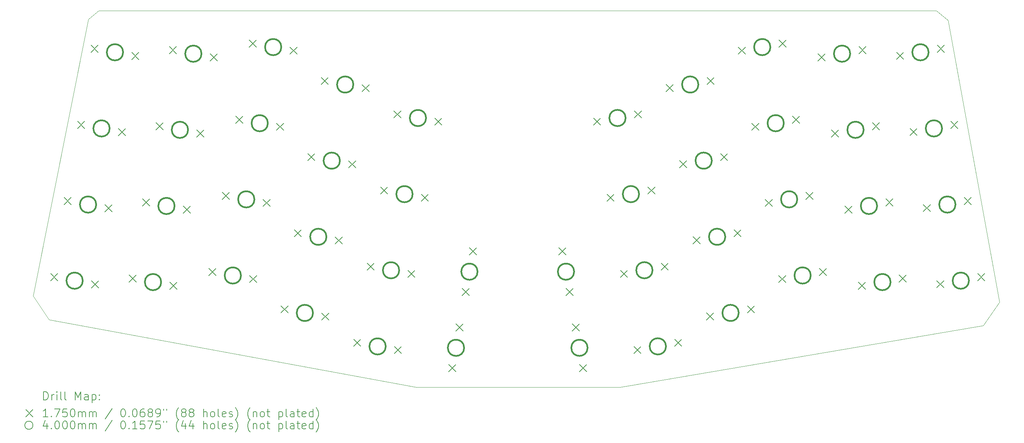
<source format=gbr>
%TF.GenerationSoftware,KiCad,Pcbnew,9.0.1*%
%TF.CreationDate,2025-05-05T23:15:39+01:00*%
%TF.ProjectId,keyboard,6b657962-6f61-4726-942e-6b696361645f,rev?*%
%TF.SameCoordinates,Original*%
%TF.FileFunction,Drillmap*%
%TF.FilePolarity,Positive*%
%FSLAX45Y45*%
G04 Gerber Fmt 4.5, Leading zero omitted, Abs format (unit mm)*
G04 Created by KiCad (PCBNEW 9.0.1) date 2025-05-05 23:15:39*
%MOMM*%
%LPD*%
G01*
G04 APERTURE LIST*
%ADD10C,0.050000*%
%ADD11C,0.200000*%
%ADD12C,0.175000*%
%ADD13C,0.400000*%
G04 APERTURE END LIST*
D10*
X25543190Y-4736003D02*
X26809992Y-11658168D01*
X26407089Y-12233900D01*
X17500000Y-13750000D01*
X12500000Y-13750000D01*
X3491727Y-12090581D01*
X3098058Y-11509710D01*
X4458621Y-4706893D01*
X4710990Y-4500000D01*
X25260077Y-4500000D01*
X25543190Y-4736003D01*
D11*
D12*
X3529773Y-10959118D02*
X3704773Y-11134118D01*
X3704773Y-10959118D02*
X3529773Y-11134118D01*
X3859705Y-9087984D02*
X4034705Y-9262984D01*
X4034705Y-9087984D02*
X3859705Y-9262984D01*
X4189636Y-7216849D02*
X4364636Y-7391849D01*
X4364636Y-7216849D02*
X4189636Y-7391849D01*
X4519568Y-5345714D02*
X4694568Y-5520714D01*
X4694568Y-5345714D02*
X4519568Y-5520714D01*
X4530338Y-11135545D02*
X4705338Y-11310545D01*
X4705338Y-11135545D02*
X4530338Y-11310545D01*
X4860269Y-9264410D02*
X5035269Y-9439410D01*
X5035269Y-9264410D02*
X4860269Y-9439410D01*
X5190201Y-7393275D02*
X5365201Y-7568275D01*
X5365201Y-7393275D02*
X5190201Y-7568275D01*
X5453003Y-10993607D02*
X5628002Y-11168607D01*
X5628002Y-10993607D02*
X5453003Y-11168607D01*
X5520133Y-5522141D02*
X5695132Y-5697141D01*
X5695132Y-5522141D02*
X5520133Y-5697141D01*
X5782934Y-9122473D02*
X5957934Y-9297473D01*
X5957934Y-9122473D02*
X5782934Y-9297473D01*
X6112865Y-7251338D02*
X6287865Y-7426338D01*
X6287865Y-7251338D02*
X6112865Y-7426338D01*
X6442797Y-5380203D02*
X6617797Y-5555203D01*
X6617797Y-5380203D02*
X6442797Y-5555203D01*
X6453567Y-11170034D02*
X6628567Y-11345034D01*
X6628567Y-11170034D02*
X6453567Y-11345034D01*
X6783499Y-9298899D02*
X6958499Y-9473899D01*
X6958499Y-9298899D02*
X6783499Y-9473899D01*
X7113430Y-7427765D02*
X7288430Y-7602765D01*
X7288430Y-7427765D02*
X7113430Y-7602765D01*
X7410961Y-10831135D02*
X7585961Y-11006135D01*
X7585961Y-10831135D02*
X7410961Y-11006135D01*
X7443362Y-5556630D02*
X7618362Y-5731630D01*
X7618362Y-5556630D02*
X7443362Y-5731630D01*
X7740893Y-8960000D02*
X7915893Y-9135000D01*
X7915893Y-8960000D02*
X7740893Y-9135000D01*
X8070824Y-7088866D02*
X8245824Y-7263866D01*
X8245824Y-7088866D02*
X8070824Y-7263866D01*
X8400756Y-5217731D02*
X8575756Y-5392731D01*
X8575756Y-5217731D02*
X8400756Y-5392731D01*
X8411526Y-11007562D02*
X8586526Y-11182562D01*
X8586526Y-11007562D02*
X8411526Y-11182562D01*
X8741457Y-9136427D02*
X8916457Y-9311427D01*
X8916457Y-9136427D02*
X8741457Y-9311427D01*
X9071389Y-7265292D02*
X9246389Y-7440292D01*
X9246389Y-7265292D02*
X9071389Y-7440292D01*
X9177907Y-11751951D02*
X9352907Y-11926951D01*
X9352907Y-11751951D02*
X9177907Y-11926951D01*
X9401321Y-5394158D02*
X9576321Y-5569158D01*
X9576321Y-5394158D02*
X9401321Y-5569158D01*
X9507839Y-9880817D02*
X9682839Y-10055817D01*
X9682839Y-9880817D02*
X9507839Y-10055817D01*
X9837770Y-8009682D02*
X10012770Y-8184682D01*
X10012770Y-8009682D02*
X9837770Y-8184682D01*
X10167702Y-6138547D02*
X10342702Y-6313547D01*
X10342702Y-6138547D02*
X10167702Y-6313547D01*
X10178472Y-11928378D02*
X10353472Y-12103378D01*
X10353472Y-11928378D02*
X10178472Y-12103378D01*
X10508403Y-10057243D02*
X10683403Y-10232243D01*
X10683403Y-10057243D02*
X10508403Y-10232243D01*
X10838335Y-8186108D02*
X11013335Y-8361108D01*
X11013335Y-8186108D02*
X10838335Y-8361108D01*
X10962218Y-12574287D02*
X11137218Y-12749287D01*
X11137218Y-12574287D02*
X10962218Y-12749287D01*
X11168266Y-6314974D02*
X11343266Y-6489974D01*
X11343266Y-6314974D02*
X11168266Y-6489974D01*
X11292149Y-10703152D02*
X11467149Y-10878152D01*
X11467149Y-10703152D02*
X11292149Y-10878152D01*
X11622081Y-8832017D02*
X11797081Y-9007017D01*
X11797081Y-8832017D02*
X11622081Y-9007017D01*
X11952012Y-6960882D02*
X12127012Y-7135882D01*
X12127012Y-6960882D02*
X11952012Y-7135882D01*
X11962782Y-12750713D02*
X12137782Y-12925713D01*
X12137782Y-12750713D02*
X11962782Y-12925713D01*
X12292714Y-10879579D02*
X12467714Y-11054579D01*
X12467714Y-10879579D02*
X12292714Y-11054579D01*
X12622645Y-9008444D02*
X12797645Y-9183444D01*
X12797645Y-9008444D02*
X12622645Y-9183444D01*
X12952577Y-7137309D02*
X13127577Y-7312309D01*
X13127577Y-7137309D02*
X12952577Y-7312309D01*
X13297516Y-13197271D02*
X13472516Y-13372271D01*
X13472516Y-13197271D02*
X13297516Y-13372271D01*
X13473942Y-12196707D02*
X13648942Y-12371707D01*
X13648942Y-12196707D02*
X13473942Y-12371707D01*
X13627447Y-11326136D02*
X13802447Y-11501136D01*
X13802447Y-11326136D02*
X13627447Y-11501136D01*
X13803874Y-10325572D02*
X13978874Y-10500572D01*
X13978874Y-10325572D02*
X13803874Y-10500572D01*
X15996145Y-10325572D02*
X16171145Y-10500572D01*
X16171145Y-10325572D02*
X15996145Y-10500572D01*
X16172572Y-11326136D02*
X16347572Y-11501136D01*
X16347572Y-11326136D02*
X16172572Y-11501136D01*
X16326077Y-12196097D02*
X16501077Y-12371097D01*
X16501077Y-12196097D02*
X16326077Y-12371097D01*
X16502504Y-13196661D02*
X16677504Y-13371661D01*
X16677504Y-13196661D02*
X16502504Y-13371661D01*
X16847443Y-7136699D02*
X17022443Y-7311699D01*
X17022443Y-7136699D02*
X16847443Y-7311699D01*
X17177374Y-9007834D02*
X17352374Y-9182834D01*
X17352374Y-9007834D02*
X17177374Y-9182834D01*
X17507306Y-10878969D02*
X17682306Y-11053969D01*
X17682306Y-10878969D02*
X17507306Y-11053969D01*
X17837237Y-12750103D02*
X18012237Y-12925103D01*
X18012237Y-12750103D02*
X17837237Y-12925103D01*
X17848007Y-6960272D02*
X18023007Y-7135272D01*
X18023007Y-6960272D02*
X17848007Y-7135272D01*
X18177939Y-8831407D02*
X18352939Y-9006407D01*
X18352939Y-8831407D02*
X18177939Y-9006407D01*
X18507870Y-10702542D02*
X18682870Y-10877542D01*
X18682870Y-10702542D02*
X18507870Y-10877542D01*
X18631753Y-6314364D02*
X18806753Y-6489364D01*
X18806753Y-6314364D02*
X18631753Y-6489364D01*
X18837802Y-12573677D02*
X19012802Y-12748677D01*
X19012802Y-12573677D02*
X18837802Y-12748677D01*
X18961685Y-8185498D02*
X19136685Y-8360498D01*
X19136685Y-8185498D02*
X18961685Y-8360498D01*
X19291616Y-10056633D02*
X19466616Y-10231633D01*
X19466616Y-10056633D02*
X19291616Y-10231633D01*
X19621548Y-11927768D02*
X19796548Y-12102768D01*
X19796548Y-11927768D02*
X19621548Y-12102768D01*
X19632318Y-6137937D02*
X19807318Y-6312937D01*
X19807318Y-6137937D02*
X19632318Y-6312937D01*
X19962249Y-8009072D02*
X20137249Y-8184072D01*
X20137249Y-8009072D02*
X19962249Y-8184072D01*
X20292181Y-9880207D02*
X20467181Y-10055207D01*
X20467181Y-9880207D02*
X20292181Y-10055207D01*
X20398699Y-5393548D02*
X20573699Y-5568548D01*
X20573699Y-5393548D02*
X20398699Y-5568548D01*
X20622112Y-11751341D02*
X20797112Y-11926341D01*
X20797112Y-11751341D02*
X20622112Y-11926341D01*
X20728631Y-7264682D02*
X20903631Y-7439682D01*
X20903631Y-7264682D02*
X20728631Y-7439682D01*
X21058562Y-9135817D02*
X21233562Y-9310817D01*
X21233562Y-9135817D02*
X21058562Y-9310817D01*
X21388494Y-11006952D02*
X21563494Y-11181952D01*
X21563494Y-11006952D02*
X21388494Y-11181952D01*
X21399264Y-5217121D02*
X21574264Y-5392121D01*
X21574264Y-5217121D02*
X21399264Y-5392121D01*
X21729195Y-7088256D02*
X21904195Y-7263256D01*
X21904195Y-7088256D02*
X21729195Y-7263256D01*
X22059127Y-8959390D02*
X22234127Y-9134390D01*
X22234127Y-8959390D02*
X22059127Y-9134390D01*
X22356658Y-5556020D02*
X22531658Y-5731020D01*
X22531658Y-5556020D02*
X22356658Y-5731020D01*
X22389058Y-10830525D02*
X22564058Y-11005525D01*
X22564058Y-10830525D02*
X22389058Y-11005525D01*
X22686589Y-7427155D02*
X22861589Y-7602155D01*
X22861589Y-7427155D02*
X22686589Y-7602155D01*
X23016521Y-9298289D02*
X23191521Y-9473289D01*
X23191521Y-9298289D02*
X23016521Y-9473289D01*
X23346452Y-11169424D02*
X23521452Y-11344424D01*
X23521452Y-11169424D02*
X23346452Y-11344424D01*
X23357222Y-5379593D02*
X23532222Y-5554593D01*
X23532222Y-5379593D02*
X23357222Y-5554593D01*
X23687154Y-7250728D02*
X23862154Y-7425728D01*
X23862154Y-7250728D02*
X23687154Y-7425728D01*
X24017085Y-9121863D02*
X24192085Y-9296863D01*
X24192085Y-9121863D02*
X24017085Y-9296863D01*
X24279887Y-5521531D02*
X24454887Y-5696531D01*
X24454887Y-5521531D02*
X24279887Y-5696531D01*
X24347017Y-10992998D02*
X24522017Y-11167998D01*
X24522017Y-10992998D02*
X24347017Y-11167998D01*
X24609818Y-7392665D02*
X24784818Y-7567665D01*
X24784818Y-7392665D02*
X24609818Y-7567665D01*
X24939750Y-9263800D02*
X25114750Y-9438800D01*
X25114750Y-9263800D02*
X24939750Y-9438800D01*
X25269682Y-11134935D02*
X25444682Y-11309935D01*
X25444682Y-11134935D02*
X25269682Y-11309935D01*
X25280452Y-5345104D02*
X25455452Y-5520104D01*
X25455452Y-5345104D02*
X25280452Y-5520104D01*
X25610383Y-7216239D02*
X25785383Y-7391239D01*
X25785383Y-7216239D02*
X25610383Y-7391239D01*
X25940315Y-9087374D02*
X26115315Y-9262374D01*
X26115315Y-9087374D02*
X25940315Y-9262374D01*
X26270246Y-10958508D02*
X26445246Y-11133508D01*
X26445246Y-10958508D02*
X26270246Y-11133508D01*
D13*
X4317556Y-11134832D02*
G75*
G02*
X3917556Y-11134832I-200000J0D01*
G01*
X3917556Y-11134832D02*
G75*
G02*
X4317556Y-11134832I200000J0D01*
G01*
X4647487Y-9263697D02*
G75*
G02*
X4247487Y-9263697I-200000J0D01*
G01*
X4247487Y-9263697D02*
G75*
G02*
X4647487Y-9263697I200000J0D01*
G01*
X4977419Y-7392562D02*
G75*
G02*
X4577419Y-7392562I-200000J0D01*
G01*
X4577419Y-7392562D02*
G75*
G02*
X4977419Y-7392562I200000J0D01*
G01*
X5307350Y-5521427D02*
G75*
G02*
X4907350Y-5521427I-200000J0D01*
G01*
X4907350Y-5521427D02*
G75*
G02*
X5307350Y-5521427I200000J0D01*
G01*
X6240785Y-11169321D02*
G75*
G02*
X5840785Y-11169321I-200000J0D01*
G01*
X5840785Y-11169321D02*
G75*
G02*
X6240785Y-11169321I200000J0D01*
G01*
X6570716Y-9298186D02*
G75*
G02*
X6170716Y-9298186I-200000J0D01*
G01*
X6170716Y-9298186D02*
G75*
G02*
X6570716Y-9298186I200000J0D01*
G01*
X6900648Y-7427051D02*
G75*
G02*
X6500648Y-7427051I-200000J0D01*
G01*
X6500648Y-7427051D02*
G75*
G02*
X6900648Y-7427051I200000J0D01*
G01*
X7230579Y-5555917D02*
G75*
G02*
X6830579Y-5555917I-200000J0D01*
G01*
X6830579Y-5555917D02*
G75*
G02*
X7230579Y-5555917I200000J0D01*
G01*
X8198744Y-11006848D02*
G75*
G02*
X7798744Y-11006848I-200000J0D01*
G01*
X7798744Y-11006848D02*
G75*
G02*
X8198744Y-11006848I200000J0D01*
G01*
X8528675Y-9135714D02*
G75*
G02*
X8128675Y-9135714I-200000J0D01*
G01*
X8128675Y-9135714D02*
G75*
G02*
X8528675Y-9135714I200000J0D01*
G01*
X8858607Y-7264579D02*
G75*
G02*
X8458607Y-7264579I-200000J0D01*
G01*
X8458607Y-7264579D02*
G75*
G02*
X8858607Y-7264579I200000J0D01*
G01*
X9188538Y-5393444D02*
G75*
G02*
X8788538Y-5393444I-200000J0D01*
G01*
X8788538Y-5393444D02*
G75*
G02*
X9188538Y-5393444I200000J0D01*
G01*
X9965689Y-11927665D02*
G75*
G02*
X9565689Y-11927665I-200000J0D01*
G01*
X9565689Y-11927665D02*
G75*
G02*
X9965689Y-11927665I200000J0D01*
G01*
X10295621Y-10056530D02*
G75*
G02*
X9895621Y-10056530I-200000J0D01*
G01*
X9895621Y-10056530D02*
G75*
G02*
X10295621Y-10056530I200000J0D01*
G01*
X10625553Y-8185395D02*
G75*
G02*
X10225553Y-8185395I-200000J0D01*
G01*
X10225553Y-8185395D02*
G75*
G02*
X10625553Y-8185395I200000J0D01*
G01*
X10955484Y-6314260D02*
G75*
G02*
X10555484Y-6314260I-200000J0D01*
G01*
X10555484Y-6314260D02*
G75*
G02*
X10955484Y-6314260I200000J0D01*
G01*
X11750000Y-12750000D02*
G75*
G02*
X11350000Y-12750000I-200000J0D01*
G01*
X11350000Y-12750000D02*
G75*
G02*
X11750000Y-12750000I200000J0D01*
G01*
X12079932Y-10878865D02*
G75*
G02*
X11679932Y-10878865I-200000J0D01*
G01*
X11679932Y-10878865D02*
G75*
G02*
X12079932Y-10878865I200000J0D01*
G01*
X12409863Y-9007731D02*
G75*
G02*
X12009863Y-9007731I-200000J0D01*
G01*
X12009863Y-9007731D02*
G75*
G02*
X12409863Y-9007731I200000J0D01*
G01*
X12739795Y-7136596D02*
G75*
G02*
X12339795Y-7136596I-200000J0D01*
G01*
X12339795Y-7136596D02*
G75*
G02*
X12739795Y-7136596I200000J0D01*
G01*
X13673229Y-12784489D02*
G75*
G02*
X13273229Y-12784489I-200000J0D01*
G01*
X13273229Y-12784489D02*
G75*
G02*
X13673229Y-12784489I200000J0D01*
G01*
X14003161Y-10913354D02*
G75*
G02*
X13603161Y-10913354I-200000J0D01*
G01*
X13603161Y-10913354D02*
G75*
G02*
X14003161Y-10913354I200000J0D01*
G01*
X16371859Y-10913354D02*
G75*
G02*
X15971859Y-10913354I-200000J0D01*
G01*
X15971859Y-10913354D02*
G75*
G02*
X16371859Y-10913354I200000J0D01*
G01*
X16701790Y-12783879D02*
G75*
G02*
X16301790Y-12783879I-200000J0D01*
G01*
X16301790Y-12783879D02*
G75*
G02*
X16701790Y-12783879I200000J0D01*
G01*
X17635225Y-7135986D02*
G75*
G02*
X17235225Y-7135986I-200000J0D01*
G01*
X17235225Y-7135986D02*
G75*
G02*
X17635225Y-7135986I200000J0D01*
G01*
X17965156Y-9007121D02*
G75*
G02*
X17565156Y-9007121I-200000J0D01*
G01*
X17565156Y-9007121D02*
G75*
G02*
X17965156Y-9007121I200000J0D01*
G01*
X18295088Y-10878255D02*
G75*
G02*
X17895088Y-10878255I-200000J0D01*
G01*
X17895088Y-10878255D02*
G75*
G02*
X18295088Y-10878255I200000J0D01*
G01*
X18625020Y-12749390D02*
G75*
G02*
X18225020Y-12749390I-200000J0D01*
G01*
X18225020Y-12749390D02*
G75*
G02*
X18625020Y-12749390I200000J0D01*
G01*
X19419536Y-6313650D02*
G75*
G02*
X19019536Y-6313650I-200000J0D01*
G01*
X19019536Y-6313650D02*
G75*
G02*
X19419536Y-6313650I200000J0D01*
G01*
X19749467Y-8184785D02*
G75*
G02*
X19349467Y-8184785I-200000J0D01*
G01*
X19349467Y-8184785D02*
G75*
G02*
X19749467Y-8184785I200000J0D01*
G01*
X20079399Y-10055920D02*
G75*
G02*
X19679399Y-10055920I-200000J0D01*
G01*
X19679399Y-10055920D02*
G75*
G02*
X20079399Y-10055920I200000J0D01*
G01*
X20409330Y-11927055D02*
G75*
G02*
X20009330Y-11927055I-200000J0D01*
G01*
X20009330Y-11927055D02*
G75*
G02*
X20409330Y-11927055I200000J0D01*
G01*
X21186481Y-5392834D02*
G75*
G02*
X20786481Y-5392834I-200000J0D01*
G01*
X20786481Y-5392834D02*
G75*
G02*
X21186481Y-5392834I200000J0D01*
G01*
X21516413Y-7263969D02*
G75*
G02*
X21116413Y-7263969I-200000J0D01*
G01*
X21116413Y-7263969D02*
G75*
G02*
X21516413Y-7263969I200000J0D01*
G01*
X21846344Y-9135104D02*
G75*
G02*
X21446344Y-9135104I-200000J0D01*
G01*
X21446344Y-9135104D02*
G75*
G02*
X21846344Y-9135104I200000J0D01*
G01*
X22176276Y-11006238D02*
G75*
G02*
X21776276Y-11006238I-200000J0D01*
G01*
X21776276Y-11006238D02*
G75*
G02*
X22176276Y-11006238I200000J0D01*
G01*
X23144440Y-5555307D02*
G75*
G02*
X22744440Y-5555307I-200000J0D01*
G01*
X22744440Y-5555307D02*
G75*
G02*
X23144440Y-5555307I200000J0D01*
G01*
X23474372Y-7426441D02*
G75*
G02*
X23074372Y-7426441I-200000J0D01*
G01*
X23074372Y-7426441D02*
G75*
G02*
X23474372Y-7426441I200000J0D01*
G01*
X23804303Y-9297576D02*
G75*
G02*
X23404303Y-9297576I-200000J0D01*
G01*
X23404303Y-9297576D02*
G75*
G02*
X23804303Y-9297576I200000J0D01*
G01*
X24134235Y-11168711D02*
G75*
G02*
X23734235Y-11168711I-200000J0D01*
G01*
X23734235Y-11168711D02*
G75*
G02*
X24134235Y-11168711I200000J0D01*
G01*
X25067669Y-5520817D02*
G75*
G02*
X24667669Y-5520817I-200000J0D01*
G01*
X24667669Y-5520817D02*
G75*
G02*
X25067669Y-5520817I200000J0D01*
G01*
X25397601Y-7391952D02*
G75*
G02*
X24997601Y-7391952I-200000J0D01*
G01*
X24997601Y-7391952D02*
G75*
G02*
X25397601Y-7391952I200000J0D01*
G01*
X25727532Y-9263087D02*
G75*
G02*
X25327532Y-9263087I-200000J0D01*
G01*
X25327532Y-9263087D02*
G75*
G02*
X25727532Y-9263087I200000J0D01*
G01*
X26057464Y-11134222D02*
G75*
G02*
X25657464Y-11134222I-200000J0D01*
G01*
X25657464Y-11134222D02*
G75*
G02*
X26057464Y-11134222I200000J0D01*
G01*
D11*
X3356335Y-14063984D02*
X3356335Y-13863984D01*
X3356335Y-13863984D02*
X3403954Y-13863984D01*
X3403954Y-13863984D02*
X3432525Y-13873508D01*
X3432525Y-13873508D02*
X3451573Y-13892555D01*
X3451573Y-13892555D02*
X3461097Y-13911603D01*
X3461097Y-13911603D02*
X3470621Y-13949698D01*
X3470621Y-13949698D02*
X3470621Y-13978269D01*
X3470621Y-13978269D02*
X3461097Y-14016365D01*
X3461097Y-14016365D02*
X3451573Y-14035412D01*
X3451573Y-14035412D02*
X3432525Y-14054460D01*
X3432525Y-14054460D02*
X3403954Y-14063984D01*
X3403954Y-14063984D02*
X3356335Y-14063984D01*
X3556335Y-14063984D02*
X3556335Y-13930650D01*
X3556335Y-13968746D02*
X3565859Y-13949698D01*
X3565859Y-13949698D02*
X3575382Y-13940174D01*
X3575382Y-13940174D02*
X3594430Y-13930650D01*
X3594430Y-13930650D02*
X3613478Y-13930650D01*
X3680144Y-14063984D02*
X3680144Y-13930650D01*
X3680144Y-13863984D02*
X3670621Y-13873508D01*
X3670621Y-13873508D02*
X3680144Y-13883031D01*
X3680144Y-13883031D02*
X3689668Y-13873508D01*
X3689668Y-13873508D02*
X3680144Y-13863984D01*
X3680144Y-13863984D02*
X3680144Y-13883031D01*
X3803954Y-14063984D02*
X3784906Y-14054460D01*
X3784906Y-14054460D02*
X3775382Y-14035412D01*
X3775382Y-14035412D02*
X3775382Y-13863984D01*
X3908716Y-14063984D02*
X3889668Y-14054460D01*
X3889668Y-14054460D02*
X3880144Y-14035412D01*
X3880144Y-14035412D02*
X3880144Y-13863984D01*
X4137287Y-14063984D02*
X4137287Y-13863984D01*
X4137287Y-13863984D02*
X4203954Y-14006841D01*
X4203954Y-14006841D02*
X4270621Y-13863984D01*
X4270621Y-13863984D02*
X4270621Y-14063984D01*
X4451573Y-14063984D02*
X4451573Y-13959222D01*
X4451573Y-13959222D02*
X4442049Y-13940174D01*
X4442049Y-13940174D02*
X4423002Y-13930650D01*
X4423002Y-13930650D02*
X4384906Y-13930650D01*
X4384906Y-13930650D02*
X4365859Y-13940174D01*
X4451573Y-14054460D02*
X4432525Y-14063984D01*
X4432525Y-14063984D02*
X4384906Y-14063984D01*
X4384906Y-14063984D02*
X4365859Y-14054460D01*
X4365859Y-14054460D02*
X4356335Y-14035412D01*
X4356335Y-14035412D02*
X4356335Y-14016365D01*
X4356335Y-14016365D02*
X4365859Y-13997317D01*
X4365859Y-13997317D02*
X4384906Y-13987793D01*
X4384906Y-13987793D02*
X4432525Y-13987793D01*
X4432525Y-13987793D02*
X4451573Y-13978269D01*
X4546811Y-13930650D02*
X4546811Y-14130650D01*
X4546811Y-13940174D02*
X4565859Y-13930650D01*
X4565859Y-13930650D02*
X4603954Y-13930650D01*
X4603954Y-13930650D02*
X4623002Y-13940174D01*
X4623002Y-13940174D02*
X4632525Y-13949698D01*
X4632525Y-13949698D02*
X4642049Y-13968746D01*
X4642049Y-13968746D02*
X4642049Y-14025888D01*
X4642049Y-14025888D02*
X4632525Y-14044936D01*
X4632525Y-14044936D02*
X4623002Y-14054460D01*
X4623002Y-14054460D02*
X4603954Y-14063984D01*
X4603954Y-14063984D02*
X4565859Y-14063984D01*
X4565859Y-14063984D02*
X4546811Y-14054460D01*
X4727764Y-14044936D02*
X4737287Y-14054460D01*
X4737287Y-14054460D02*
X4727764Y-14063984D01*
X4727764Y-14063984D02*
X4718240Y-14054460D01*
X4718240Y-14054460D02*
X4727764Y-14044936D01*
X4727764Y-14044936D02*
X4727764Y-14063984D01*
X4727764Y-13940174D02*
X4737287Y-13949698D01*
X4737287Y-13949698D02*
X4727764Y-13959222D01*
X4727764Y-13959222D02*
X4718240Y-13949698D01*
X4718240Y-13949698D02*
X4727764Y-13940174D01*
X4727764Y-13940174D02*
X4727764Y-13959222D01*
D12*
X2920558Y-14305000D02*
X3095558Y-14480000D01*
X3095558Y-14305000D02*
X2920558Y-14480000D01*
D11*
X3461097Y-14483984D02*
X3346811Y-14483984D01*
X3403954Y-14483984D02*
X3403954Y-14283984D01*
X3403954Y-14283984D02*
X3384906Y-14312555D01*
X3384906Y-14312555D02*
X3365859Y-14331603D01*
X3365859Y-14331603D02*
X3346811Y-14341127D01*
X3546811Y-14464936D02*
X3556335Y-14474460D01*
X3556335Y-14474460D02*
X3546811Y-14483984D01*
X3546811Y-14483984D02*
X3537287Y-14474460D01*
X3537287Y-14474460D02*
X3546811Y-14464936D01*
X3546811Y-14464936D02*
X3546811Y-14483984D01*
X3623002Y-14283984D02*
X3756335Y-14283984D01*
X3756335Y-14283984D02*
X3670621Y-14483984D01*
X3927763Y-14283984D02*
X3832525Y-14283984D01*
X3832525Y-14283984D02*
X3823002Y-14379222D01*
X3823002Y-14379222D02*
X3832525Y-14369698D01*
X3832525Y-14369698D02*
X3851573Y-14360174D01*
X3851573Y-14360174D02*
X3899192Y-14360174D01*
X3899192Y-14360174D02*
X3918240Y-14369698D01*
X3918240Y-14369698D02*
X3927763Y-14379222D01*
X3927763Y-14379222D02*
X3937287Y-14398269D01*
X3937287Y-14398269D02*
X3937287Y-14445888D01*
X3937287Y-14445888D02*
X3927763Y-14464936D01*
X3927763Y-14464936D02*
X3918240Y-14474460D01*
X3918240Y-14474460D02*
X3899192Y-14483984D01*
X3899192Y-14483984D02*
X3851573Y-14483984D01*
X3851573Y-14483984D02*
X3832525Y-14474460D01*
X3832525Y-14474460D02*
X3823002Y-14464936D01*
X4061097Y-14283984D02*
X4080144Y-14283984D01*
X4080144Y-14283984D02*
X4099192Y-14293508D01*
X4099192Y-14293508D02*
X4108716Y-14303031D01*
X4108716Y-14303031D02*
X4118240Y-14322079D01*
X4118240Y-14322079D02*
X4127763Y-14360174D01*
X4127763Y-14360174D02*
X4127763Y-14407793D01*
X4127763Y-14407793D02*
X4118240Y-14445888D01*
X4118240Y-14445888D02*
X4108716Y-14464936D01*
X4108716Y-14464936D02*
X4099192Y-14474460D01*
X4099192Y-14474460D02*
X4080144Y-14483984D01*
X4080144Y-14483984D02*
X4061097Y-14483984D01*
X4061097Y-14483984D02*
X4042049Y-14474460D01*
X4042049Y-14474460D02*
X4032525Y-14464936D01*
X4032525Y-14464936D02*
X4023002Y-14445888D01*
X4023002Y-14445888D02*
X4013478Y-14407793D01*
X4013478Y-14407793D02*
X4013478Y-14360174D01*
X4013478Y-14360174D02*
X4023002Y-14322079D01*
X4023002Y-14322079D02*
X4032525Y-14303031D01*
X4032525Y-14303031D02*
X4042049Y-14293508D01*
X4042049Y-14293508D02*
X4061097Y-14283984D01*
X4213478Y-14483984D02*
X4213478Y-14350650D01*
X4213478Y-14369698D02*
X4223002Y-14360174D01*
X4223002Y-14360174D02*
X4242049Y-14350650D01*
X4242049Y-14350650D02*
X4270621Y-14350650D01*
X4270621Y-14350650D02*
X4289668Y-14360174D01*
X4289668Y-14360174D02*
X4299192Y-14379222D01*
X4299192Y-14379222D02*
X4299192Y-14483984D01*
X4299192Y-14379222D02*
X4308716Y-14360174D01*
X4308716Y-14360174D02*
X4327764Y-14350650D01*
X4327764Y-14350650D02*
X4356335Y-14350650D01*
X4356335Y-14350650D02*
X4375383Y-14360174D01*
X4375383Y-14360174D02*
X4384906Y-14379222D01*
X4384906Y-14379222D02*
X4384906Y-14483984D01*
X4480145Y-14483984D02*
X4480145Y-14350650D01*
X4480145Y-14369698D02*
X4489668Y-14360174D01*
X4489668Y-14360174D02*
X4508716Y-14350650D01*
X4508716Y-14350650D02*
X4537287Y-14350650D01*
X4537287Y-14350650D02*
X4556335Y-14360174D01*
X4556335Y-14360174D02*
X4565859Y-14379222D01*
X4565859Y-14379222D02*
X4565859Y-14483984D01*
X4565859Y-14379222D02*
X4575383Y-14360174D01*
X4575383Y-14360174D02*
X4594430Y-14350650D01*
X4594430Y-14350650D02*
X4623002Y-14350650D01*
X4623002Y-14350650D02*
X4642049Y-14360174D01*
X4642049Y-14360174D02*
X4651573Y-14379222D01*
X4651573Y-14379222D02*
X4651573Y-14483984D01*
X5042049Y-14274460D02*
X4870621Y-14531603D01*
X5299192Y-14283984D02*
X5318240Y-14283984D01*
X5318240Y-14283984D02*
X5337288Y-14293508D01*
X5337288Y-14293508D02*
X5346811Y-14303031D01*
X5346811Y-14303031D02*
X5356335Y-14322079D01*
X5356335Y-14322079D02*
X5365859Y-14360174D01*
X5365859Y-14360174D02*
X5365859Y-14407793D01*
X5365859Y-14407793D02*
X5356335Y-14445888D01*
X5356335Y-14445888D02*
X5346811Y-14464936D01*
X5346811Y-14464936D02*
X5337288Y-14474460D01*
X5337288Y-14474460D02*
X5318240Y-14483984D01*
X5318240Y-14483984D02*
X5299192Y-14483984D01*
X5299192Y-14483984D02*
X5280145Y-14474460D01*
X5280145Y-14474460D02*
X5270621Y-14464936D01*
X5270621Y-14464936D02*
X5261097Y-14445888D01*
X5261097Y-14445888D02*
X5251573Y-14407793D01*
X5251573Y-14407793D02*
X5251573Y-14360174D01*
X5251573Y-14360174D02*
X5261097Y-14322079D01*
X5261097Y-14322079D02*
X5270621Y-14303031D01*
X5270621Y-14303031D02*
X5280145Y-14293508D01*
X5280145Y-14293508D02*
X5299192Y-14283984D01*
X5451573Y-14464936D02*
X5461097Y-14474460D01*
X5461097Y-14474460D02*
X5451573Y-14483984D01*
X5451573Y-14483984D02*
X5442049Y-14474460D01*
X5442049Y-14474460D02*
X5451573Y-14464936D01*
X5451573Y-14464936D02*
X5451573Y-14483984D01*
X5584907Y-14283984D02*
X5603954Y-14283984D01*
X5603954Y-14283984D02*
X5623002Y-14293508D01*
X5623002Y-14293508D02*
X5632526Y-14303031D01*
X5632526Y-14303031D02*
X5642049Y-14322079D01*
X5642049Y-14322079D02*
X5651573Y-14360174D01*
X5651573Y-14360174D02*
X5651573Y-14407793D01*
X5651573Y-14407793D02*
X5642049Y-14445888D01*
X5642049Y-14445888D02*
X5632526Y-14464936D01*
X5632526Y-14464936D02*
X5623002Y-14474460D01*
X5623002Y-14474460D02*
X5603954Y-14483984D01*
X5603954Y-14483984D02*
X5584907Y-14483984D01*
X5584907Y-14483984D02*
X5565859Y-14474460D01*
X5565859Y-14474460D02*
X5556335Y-14464936D01*
X5556335Y-14464936D02*
X5546811Y-14445888D01*
X5546811Y-14445888D02*
X5537288Y-14407793D01*
X5537288Y-14407793D02*
X5537288Y-14360174D01*
X5537288Y-14360174D02*
X5546811Y-14322079D01*
X5546811Y-14322079D02*
X5556335Y-14303031D01*
X5556335Y-14303031D02*
X5565859Y-14293508D01*
X5565859Y-14293508D02*
X5584907Y-14283984D01*
X5823002Y-14283984D02*
X5784906Y-14283984D01*
X5784906Y-14283984D02*
X5765859Y-14293508D01*
X5765859Y-14293508D02*
X5756335Y-14303031D01*
X5756335Y-14303031D02*
X5737287Y-14331603D01*
X5737287Y-14331603D02*
X5727764Y-14369698D01*
X5727764Y-14369698D02*
X5727764Y-14445888D01*
X5727764Y-14445888D02*
X5737287Y-14464936D01*
X5737287Y-14464936D02*
X5746811Y-14474460D01*
X5746811Y-14474460D02*
X5765859Y-14483984D01*
X5765859Y-14483984D02*
X5803954Y-14483984D01*
X5803954Y-14483984D02*
X5823002Y-14474460D01*
X5823002Y-14474460D02*
X5832526Y-14464936D01*
X5832526Y-14464936D02*
X5842049Y-14445888D01*
X5842049Y-14445888D02*
X5842049Y-14398269D01*
X5842049Y-14398269D02*
X5832526Y-14379222D01*
X5832526Y-14379222D02*
X5823002Y-14369698D01*
X5823002Y-14369698D02*
X5803954Y-14360174D01*
X5803954Y-14360174D02*
X5765859Y-14360174D01*
X5765859Y-14360174D02*
X5746811Y-14369698D01*
X5746811Y-14369698D02*
X5737287Y-14379222D01*
X5737287Y-14379222D02*
X5727764Y-14398269D01*
X5956335Y-14369698D02*
X5937287Y-14360174D01*
X5937287Y-14360174D02*
X5927764Y-14350650D01*
X5927764Y-14350650D02*
X5918240Y-14331603D01*
X5918240Y-14331603D02*
X5918240Y-14322079D01*
X5918240Y-14322079D02*
X5927764Y-14303031D01*
X5927764Y-14303031D02*
X5937287Y-14293508D01*
X5937287Y-14293508D02*
X5956335Y-14283984D01*
X5956335Y-14283984D02*
X5994430Y-14283984D01*
X5994430Y-14283984D02*
X6013478Y-14293508D01*
X6013478Y-14293508D02*
X6023002Y-14303031D01*
X6023002Y-14303031D02*
X6032526Y-14322079D01*
X6032526Y-14322079D02*
X6032526Y-14331603D01*
X6032526Y-14331603D02*
X6023002Y-14350650D01*
X6023002Y-14350650D02*
X6013478Y-14360174D01*
X6013478Y-14360174D02*
X5994430Y-14369698D01*
X5994430Y-14369698D02*
X5956335Y-14369698D01*
X5956335Y-14369698D02*
X5937287Y-14379222D01*
X5937287Y-14379222D02*
X5927764Y-14388746D01*
X5927764Y-14388746D02*
X5918240Y-14407793D01*
X5918240Y-14407793D02*
X5918240Y-14445888D01*
X5918240Y-14445888D02*
X5927764Y-14464936D01*
X5927764Y-14464936D02*
X5937287Y-14474460D01*
X5937287Y-14474460D02*
X5956335Y-14483984D01*
X5956335Y-14483984D02*
X5994430Y-14483984D01*
X5994430Y-14483984D02*
X6013478Y-14474460D01*
X6013478Y-14474460D02*
X6023002Y-14464936D01*
X6023002Y-14464936D02*
X6032526Y-14445888D01*
X6032526Y-14445888D02*
X6032526Y-14407793D01*
X6032526Y-14407793D02*
X6023002Y-14388746D01*
X6023002Y-14388746D02*
X6013478Y-14379222D01*
X6013478Y-14379222D02*
X5994430Y-14369698D01*
X6127764Y-14483984D02*
X6165859Y-14483984D01*
X6165859Y-14483984D02*
X6184907Y-14474460D01*
X6184907Y-14474460D02*
X6194430Y-14464936D01*
X6194430Y-14464936D02*
X6213478Y-14436365D01*
X6213478Y-14436365D02*
X6223002Y-14398269D01*
X6223002Y-14398269D02*
X6223002Y-14322079D01*
X6223002Y-14322079D02*
X6213478Y-14303031D01*
X6213478Y-14303031D02*
X6203954Y-14293508D01*
X6203954Y-14293508D02*
X6184907Y-14283984D01*
X6184907Y-14283984D02*
X6146811Y-14283984D01*
X6146811Y-14283984D02*
X6127764Y-14293508D01*
X6127764Y-14293508D02*
X6118240Y-14303031D01*
X6118240Y-14303031D02*
X6108716Y-14322079D01*
X6108716Y-14322079D02*
X6108716Y-14369698D01*
X6108716Y-14369698D02*
X6118240Y-14388746D01*
X6118240Y-14388746D02*
X6127764Y-14398269D01*
X6127764Y-14398269D02*
X6146811Y-14407793D01*
X6146811Y-14407793D02*
X6184907Y-14407793D01*
X6184907Y-14407793D02*
X6203954Y-14398269D01*
X6203954Y-14398269D02*
X6213478Y-14388746D01*
X6213478Y-14388746D02*
X6223002Y-14369698D01*
X6299192Y-14283984D02*
X6299192Y-14322079D01*
X6375383Y-14283984D02*
X6375383Y-14322079D01*
X6670621Y-14560174D02*
X6661097Y-14550650D01*
X6661097Y-14550650D02*
X6642049Y-14522079D01*
X6642049Y-14522079D02*
X6632526Y-14503031D01*
X6632526Y-14503031D02*
X6623002Y-14474460D01*
X6623002Y-14474460D02*
X6613478Y-14426841D01*
X6613478Y-14426841D02*
X6613478Y-14388746D01*
X6613478Y-14388746D02*
X6623002Y-14341127D01*
X6623002Y-14341127D02*
X6632526Y-14312555D01*
X6632526Y-14312555D02*
X6642049Y-14293508D01*
X6642049Y-14293508D02*
X6661097Y-14264936D01*
X6661097Y-14264936D02*
X6670621Y-14255412D01*
X6775383Y-14369698D02*
X6756335Y-14360174D01*
X6756335Y-14360174D02*
X6746811Y-14350650D01*
X6746811Y-14350650D02*
X6737288Y-14331603D01*
X6737288Y-14331603D02*
X6737288Y-14322079D01*
X6737288Y-14322079D02*
X6746811Y-14303031D01*
X6746811Y-14303031D02*
X6756335Y-14293508D01*
X6756335Y-14293508D02*
X6775383Y-14283984D01*
X6775383Y-14283984D02*
X6813478Y-14283984D01*
X6813478Y-14283984D02*
X6832526Y-14293508D01*
X6832526Y-14293508D02*
X6842049Y-14303031D01*
X6842049Y-14303031D02*
X6851573Y-14322079D01*
X6851573Y-14322079D02*
X6851573Y-14331603D01*
X6851573Y-14331603D02*
X6842049Y-14350650D01*
X6842049Y-14350650D02*
X6832526Y-14360174D01*
X6832526Y-14360174D02*
X6813478Y-14369698D01*
X6813478Y-14369698D02*
X6775383Y-14369698D01*
X6775383Y-14369698D02*
X6756335Y-14379222D01*
X6756335Y-14379222D02*
X6746811Y-14388746D01*
X6746811Y-14388746D02*
X6737288Y-14407793D01*
X6737288Y-14407793D02*
X6737288Y-14445888D01*
X6737288Y-14445888D02*
X6746811Y-14464936D01*
X6746811Y-14464936D02*
X6756335Y-14474460D01*
X6756335Y-14474460D02*
X6775383Y-14483984D01*
X6775383Y-14483984D02*
X6813478Y-14483984D01*
X6813478Y-14483984D02*
X6832526Y-14474460D01*
X6832526Y-14474460D02*
X6842049Y-14464936D01*
X6842049Y-14464936D02*
X6851573Y-14445888D01*
X6851573Y-14445888D02*
X6851573Y-14407793D01*
X6851573Y-14407793D02*
X6842049Y-14388746D01*
X6842049Y-14388746D02*
X6832526Y-14379222D01*
X6832526Y-14379222D02*
X6813478Y-14369698D01*
X6965859Y-14369698D02*
X6946811Y-14360174D01*
X6946811Y-14360174D02*
X6937288Y-14350650D01*
X6937288Y-14350650D02*
X6927764Y-14331603D01*
X6927764Y-14331603D02*
X6927764Y-14322079D01*
X6927764Y-14322079D02*
X6937288Y-14303031D01*
X6937288Y-14303031D02*
X6946811Y-14293508D01*
X6946811Y-14293508D02*
X6965859Y-14283984D01*
X6965859Y-14283984D02*
X7003954Y-14283984D01*
X7003954Y-14283984D02*
X7023002Y-14293508D01*
X7023002Y-14293508D02*
X7032526Y-14303031D01*
X7032526Y-14303031D02*
X7042049Y-14322079D01*
X7042049Y-14322079D02*
X7042049Y-14331603D01*
X7042049Y-14331603D02*
X7032526Y-14350650D01*
X7032526Y-14350650D02*
X7023002Y-14360174D01*
X7023002Y-14360174D02*
X7003954Y-14369698D01*
X7003954Y-14369698D02*
X6965859Y-14369698D01*
X6965859Y-14369698D02*
X6946811Y-14379222D01*
X6946811Y-14379222D02*
X6937288Y-14388746D01*
X6937288Y-14388746D02*
X6927764Y-14407793D01*
X6927764Y-14407793D02*
X6927764Y-14445888D01*
X6927764Y-14445888D02*
X6937288Y-14464936D01*
X6937288Y-14464936D02*
X6946811Y-14474460D01*
X6946811Y-14474460D02*
X6965859Y-14483984D01*
X6965859Y-14483984D02*
X7003954Y-14483984D01*
X7003954Y-14483984D02*
X7023002Y-14474460D01*
X7023002Y-14474460D02*
X7032526Y-14464936D01*
X7032526Y-14464936D02*
X7042049Y-14445888D01*
X7042049Y-14445888D02*
X7042049Y-14407793D01*
X7042049Y-14407793D02*
X7032526Y-14388746D01*
X7032526Y-14388746D02*
X7023002Y-14379222D01*
X7023002Y-14379222D02*
X7003954Y-14369698D01*
X7280145Y-14483984D02*
X7280145Y-14283984D01*
X7365859Y-14483984D02*
X7365859Y-14379222D01*
X7365859Y-14379222D02*
X7356335Y-14360174D01*
X7356335Y-14360174D02*
X7337288Y-14350650D01*
X7337288Y-14350650D02*
X7308716Y-14350650D01*
X7308716Y-14350650D02*
X7289669Y-14360174D01*
X7289669Y-14360174D02*
X7280145Y-14369698D01*
X7489669Y-14483984D02*
X7470621Y-14474460D01*
X7470621Y-14474460D02*
X7461097Y-14464936D01*
X7461097Y-14464936D02*
X7451573Y-14445888D01*
X7451573Y-14445888D02*
X7451573Y-14388746D01*
X7451573Y-14388746D02*
X7461097Y-14369698D01*
X7461097Y-14369698D02*
X7470621Y-14360174D01*
X7470621Y-14360174D02*
X7489669Y-14350650D01*
X7489669Y-14350650D02*
X7518240Y-14350650D01*
X7518240Y-14350650D02*
X7537288Y-14360174D01*
X7537288Y-14360174D02*
X7546811Y-14369698D01*
X7546811Y-14369698D02*
X7556335Y-14388746D01*
X7556335Y-14388746D02*
X7556335Y-14445888D01*
X7556335Y-14445888D02*
X7546811Y-14464936D01*
X7546811Y-14464936D02*
X7537288Y-14474460D01*
X7537288Y-14474460D02*
X7518240Y-14483984D01*
X7518240Y-14483984D02*
X7489669Y-14483984D01*
X7670621Y-14483984D02*
X7651573Y-14474460D01*
X7651573Y-14474460D02*
X7642050Y-14455412D01*
X7642050Y-14455412D02*
X7642050Y-14283984D01*
X7823002Y-14474460D02*
X7803954Y-14483984D01*
X7803954Y-14483984D02*
X7765859Y-14483984D01*
X7765859Y-14483984D02*
X7746811Y-14474460D01*
X7746811Y-14474460D02*
X7737288Y-14455412D01*
X7737288Y-14455412D02*
X7737288Y-14379222D01*
X7737288Y-14379222D02*
X7746811Y-14360174D01*
X7746811Y-14360174D02*
X7765859Y-14350650D01*
X7765859Y-14350650D02*
X7803954Y-14350650D01*
X7803954Y-14350650D02*
X7823002Y-14360174D01*
X7823002Y-14360174D02*
X7832526Y-14379222D01*
X7832526Y-14379222D02*
X7832526Y-14398269D01*
X7832526Y-14398269D02*
X7737288Y-14417317D01*
X7908716Y-14474460D02*
X7927764Y-14483984D01*
X7927764Y-14483984D02*
X7965859Y-14483984D01*
X7965859Y-14483984D02*
X7984907Y-14474460D01*
X7984907Y-14474460D02*
X7994431Y-14455412D01*
X7994431Y-14455412D02*
X7994431Y-14445888D01*
X7994431Y-14445888D02*
X7984907Y-14426841D01*
X7984907Y-14426841D02*
X7965859Y-14417317D01*
X7965859Y-14417317D02*
X7937288Y-14417317D01*
X7937288Y-14417317D02*
X7918240Y-14407793D01*
X7918240Y-14407793D02*
X7908716Y-14388746D01*
X7908716Y-14388746D02*
X7908716Y-14379222D01*
X7908716Y-14379222D02*
X7918240Y-14360174D01*
X7918240Y-14360174D02*
X7937288Y-14350650D01*
X7937288Y-14350650D02*
X7965859Y-14350650D01*
X7965859Y-14350650D02*
X7984907Y-14360174D01*
X8061097Y-14560174D02*
X8070621Y-14550650D01*
X8070621Y-14550650D02*
X8089669Y-14522079D01*
X8089669Y-14522079D02*
X8099192Y-14503031D01*
X8099192Y-14503031D02*
X8108716Y-14474460D01*
X8108716Y-14474460D02*
X8118240Y-14426841D01*
X8118240Y-14426841D02*
X8118240Y-14388746D01*
X8118240Y-14388746D02*
X8108716Y-14341127D01*
X8108716Y-14341127D02*
X8099192Y-14312555D01*
X8099192Y-14312555D02*
X8089669Y-14293508D01*
X8089669Y-14293508D02*
X8070621Y-14264936D01*
X8070621Y-14264936D02*
X8061097Y-14255412D01*
X8423002Y-14560174D02*
X8413478Y-14550650D01*
X8413478Y-14550650D02*
X8394431Y-14522079D01*
X8394431Y-14522079D02*
X8384907Y-14503031D01*
X8384907Y-14503031D02*
X8375383Y-14474460D01*
X8375383Y-14474460D02*
X8365859Y-14426841D01*
X8365859Y-14426841D02*
X8365859Y-14388746D01*
X8365859Y-14388746D02*
X8375383Y-14341127D01*
X8375383Y-14341127D02*
X8384907Y-14312555D01*
X8384907Y-14312555D02*
X8394431Y-14293508D01*
X8394431Y-14293508D02*
X8413478Y-14264936D01*
X8413478Y-14264936D02*
X8423002Y-14255412D01*
X8499193Y-14350650D02*
X8499193Y-14483984D01*
X8499193Y-14369698D02*
X8508716Y-14360174D01*
X8508716Y-14360174D02*
X8527764Y-14350650D01*
X8527764Y-14350650D02*
X8556335Y-14350650D01*
X8556335Y-14350650D02*
X8575383Y-14360174D01*
X8575383Y-14360174D02*
X8584907Y-14379222D01*
X8584907Y-14379222D02*
X8584907Y-14483984D01*
X8708716Y-14483984D02*
X8689669Y-14474460D01*
X8689669Y-14474460D02*
X8680145Y-14464936D01*
X8680145Y-14464936D02*
X8670621Y-14445888D01*
X8670621Y-14445888D02*
X8670621Y-14388746D01*
X8670621Y-14388746D02*
X8680145Y-14369698D01*
X8680145Y-14369698D02*
X8689669Y-14360174D01*
X8689669Y-14360174D02*
X8708716Y-14350650D01*
X8708716Y-14350650D02*
X8737288Y-14350650D01*
X8737288Y-14350650D02*
X8756335Y-14360174D01*
X8756335Y-14360174D02*
X8765859Y-14369698D01*
X8765859Y-14369698D02*
X8775383Y-14388746D01*
X8775383Y-14388746D02*
X8775383Y-14445888D01*
X8775383Y-14445888D02*
X8765859Y-14464936D01*
X8765859Y-14464936D02*
X8756335Y-14474460D01*
X8756335Y-14474460D02*
X8737288Y-14483984D01*
X8737288Y-14483984D02*
X8708716Y-14483984D01*
X8832526Y-14350650D02*
X8908716Y-14350650D01*
X8861097Y-14283984D02*
X8861097Y-14455412D01*
X8861097Y-14455412D02*
X8870621Y-14474460D01*
X8870621Y-14474460D02*
X8889669Y-14483984D01*
X8889669Y-14483984D02*
X8908716Y-14483984D01*
X9127764Y-14350650D02*
X9127764Y-14550650D01*
X9127764Y-14360174D02*
X9146812Y-14350650D01*
X9146812Y-14350650D02*
X9184907Y-14350650D01*
X9184907Y-14350650D02*
X9203955Y-14360174D01*
X9203955Y-14360174D02*
X9213478Y-14369698D01*
X9213478Y-14369698D02*
X9223002Y-14388746D01*
X9223002Y-14388746D02*
X9223002Y-14445888D01*
X9223002Y-14445888D02*
X9213478Y-14464936D01*
X9213478Y-14464936D02*
X9203955Y-14474460D01*
X9203955Y-14474460D02*
X9184907Y-14483984D01*
X9184907Y-14483984D02*
X9146812Y-14483984D01*
X9146812Y-14483984D02*
X9127764Y-14474460D01*
X9337288Y-14483984D02*
X9318240Y-14474460D01*
X9318240Y-14474460D02*
X9308716Y-14455412D01*
X9308716Y-14455412D02*
X9308716Y-14283984D01*
X9499193Y-14483984D02*
X9499193Y-14379222D01*
X9499193Y-14379222D02*
X9489669Y-14360174D01*
X9489669Y-14360174D02*
X9470621Y-14350650D01*
X9470621Y-14350650D02*
X9432526Y-14350650D01*
X9432526Y-14350650D02*
X9413478Y-14360174D01*
X9499193Y-14474460D02*
X9480145Y-14483984D01*
X9480145Y-14483984D02*
X9432526Y-14483984D01*
X9432526Y-14483984D02*
X9413478Y-14474460D01*
X9413478Y-14474460D02*
X9403955Y-14455412D01*
X9403955Y-14455412D02*
X9403955Y-14436365D01*
X9403955Y-14436365D02*
X9413478Y-14417317D01*
X9413478Y-14417317D02*
X9432526Y-14407793D01*
X9432526Y-14407793D02*
X9480145Y-14407793D01*
X9480145Y-14407793D02*
X9499193Y-14398269D01*
X9565859Y-14350650D02*
X9642050Y-14350650D01*
X9594431Y-14283984D02*
X9594431Y-14455412D01*
X9594431Y-14455412D02*
X9603955Y-14474460D01*
X9603955Y-14474460D02*
X9623002Y-14483984D01*
X9623002Y-14483984D02*
X9642050Y-14483984D01*
X9784907Y-14474460D02*
X9765859Y-14483984D01*
X9765859Y-14483984D02*
X9727764Y-14483984D01*
X9727764Y-14483984D02*
X9708716Y-14474460D01*
X9708716Y-14474460D02*
X9699193Y-14455412D01*
X9699193Y-14455412D02*
X9699193Y-14379222D01*
X9699193Y-14379222D02*
X9708716Y-14360174D01*
X9708716Y-14360174D02*
X9727764Y-14350650D01*
X9727764Y-14350650D02*
X9765859Y-14350650D01*
X9765859Y-14350650D02*
X9784907Y-14360174D01*
X9784907Y-14360174D02*
X9794431Y-14379222D01*
X9794431Y-14379222D02*
X9794431Y-14398269D01*
X9794431Y-14398269D02*
X9699193Y-14417317D01*
X9965859Y-14483984D02*
X9965859Y-14283984D01*
X9965859Y-14474460D02*
X9946812Y-14483984D01*
X9946812Y-14483984D02*
X9908716Y-14483984D01*
X9908716Y-14483984D02*
X9889669Y-14474460D01*
X9889669Y-14474460D02*
X9880145Y-14464936D01*
X9880145Y-14464936D02*
X9870621Y-14445888D01*
X9870621Y-14445888D02*
X9870621Y-14388746D01*
X9870621Y-14388746D02*
X9880145Y-14369698D01*
X9880145Y-14369698D02*
X9889669Y-14360174D01*
X9889669Y-14360174D02*
X9908716Y-14350650D01*
X9908716Y-14350650D02*
X9946812Y-14350650D01*
X9946812Y-14350650D02*
X9965859Y-14360174D01*
X10042050Y-14560174D02*
X10051574Y-14550650D01*
X10051574Y-14550650D02*
X10070621Y-14522079D01*
X10070621Y-14522079D02*
X10080145Y-14503031D01*
X10080145Y-14503031D02*
X10089669Y-14474460D01*
X10089669Y-14474460D02*
X10099193Y-14426841D01*
X10099193Y-14426841D02*
X10099193Y-14388746D01*
X10099193Y-14388746D02*
X10089669Y-14341127D01*
X10089669Y-14341127D02*
X10080145Y-14312555D01*
X10080145Y-14312555D02*
X10070621Y-14293508D01*
X10070621Y-14293508D02*
X10051574Y-14264936D01*
X10051574Y-14264936D02*
X10042050Y-14255412D01*
X3095558Y-14687500D02*
G75*
G02*
X2895558Y-14687500I-100000J0D01*
G01*
X2895558Y-14687500D02*
G75*
G02*
X3095558Y-14687500I100000J0D01*
G01*
X3442049Y-14645650D02*
X3442049Y-14778984D01*
X3394430Y-14569460D02*
X3346811Y-14712317D01*
X3346811Y-14712317D02*
X3470621Y-14712317D01*
X3546811Y-14759936D02*
X3556335Y-14769460D01*
X3556335Y-14769460D02*
X3546811Y-14778984D01*
X3546811Y-14778984D02*
X3537287Y-14769460D01*
X3537287Y-14769460D02*
X3546811Y-14759936D01*
X3546811Y-14759936D02*
X3546811Y-14778984D01*
X3680144Y-14578984D02*
X3699192Y-14578984D01*
X3699192Y-14578984D02*
X3718240Y-14588508D01*
X3718240Y-14588508D02*
X3727763Y-14598031D01*
X3727763Y-14598031D02*
X3737287Y-14617079D01*
X3737287Y-14617079D02*
X3746811Y-14655174D01*
X3746811Y-14655174D02*
X3746811Y-14702793D01*
X3746811Y-14702793D02*
X3737287Y-14740888D01*
X3737287Y-14740888D02*
X3727763Y-14759936D01*
X3727763Y-14759936D02*
X3718240Y-14769460D01*
X3718240Y-14769460D02*
X3699192Y-14778984D01*
X3699192Y-14778984D02*
X3680144Y-14778984D01*
X3680144Y-14778984D02*
X3661097Y-14769460D01*
X3661097Y-14769460D02*
X3651573Y-14759936D01*
X3651573Y-14759936D02*
X3642049Y-14740888D01*
X3642049Y-14740888D02*
X3632525Y-14702793D01*
X3632525Y-14702793D02*
X3632525Y-14655174D01*
X3632525Y-14655174D02*
X3642049Y-14617079D01*
X3642049Y-14617079D02*
X3651573Y-14598031D01*
X3651573Y-14598031D02*
X3661097Y-14588508D01*
X3661097Y-14588508D02*
X3680144Y-14578984D01*
X3870621Y-14578984D02*
X3889668Y-14578984D01*
X3889668Y-14578984D02*
X3908716Y-14588508D01*
X3908716Y-14588508D02*
X3918240Y-14598031D01*
X3918240Y-14598031D02*
X3927763Y-14617079D01*
X3927763Y-14617079D02*
X3937287Y-14655174D01*
X3937287Y-14655174D02*
X3937287Y-14702793D01*
X3937287Y-14702793D02*
X3927763Y-14740888D01*
X3927763Y-14740888D02*
X3918240Y-14759936D01*
X3918240Y-14759936D02*
X3908716Y-14769460D01*
X3908716Y-14769460D02*
X3889668Y-14778984D01*
X3889668Y-14778984D02*
X3870621Y-14778984D01*
X3870621Y-14778984D02*
X3851573Y-14769460D01*
X3851573Y-14769460D02*
X3842049Y-14759936D01*
X3842049Y-14759936D02*
X3832525Y-14740888D01*
X3832525Y-14740888D02*
X3823002Y-14702793D01*
X3823002Y-14702793D02*
X3823002Y-14655174D01*
X3823002Y-14655174D02*
X3832525Y-14617079D01*
X3832525Y-14617079D02*
X3842049Y-14598031D01*
X3842049Y-14598031D02*
X3851573Y-14588508D01*
X3851573Y-14588508D02*
X3870621Y-14578984D01*
X4061097Y-14578984D02*
X4080144Y-14578984D01*
X4080144Y-14578984D02*
X4099192Y-14588508D01*
X4099192Y-14588508D02*
X4108716Y-14598031D01*
X4108716Y-14598031D02*
X4118240Y-14617079D01*
X4118240Y-14617079D02*
X4127763Y-14655174D01*
X4127763Y-14655174D02*
X4127763Y-14702793D01*
X4127763Y-14702793D02*
X4118240Y-14740888D01*
X4118240Y-14740888D02*
X4108716Y-14759936D01*
X4108716Y-14759936D02*
X4099192Y-14769460D01*
X4099192Y-14769460D02*
X4080144Y-14778984D01*
X4080144Y-14778984D02*
X4061097Y-14778984D01*
X4061097Y-14778984D02*
X4042049Y-14769460D01*
X4042049Y-14769460D02*
X4032525Y-14759936D01*
X4032525Y-14759936D02*
X4023002Y-14740888D01*
X4023002Y-14740888D02*
X4013478Y-14702793D01*
X4013478Y-14702793D02*
X4013478Y-14655174D01*
X4013478Y-14655174D02*
X4023002Y-14617079D01*
X4023002Y-14617079D02*
X4032525Y-14598031D01*
X4032525Y-14598031D02*
X4042049Y-14588508D01*
X4042049Y-14588508D02*
X4061097Y-14578984D01*
X4213478Y-14778984D02*
X4213478Y-14645650D01*
X4213478Y-14664698D02*
X4223002Y-14655174D01*
X4223002Y-14655174D02*
X4242049Y-14645650D01*
X4242049Y-14645650D02*
X4270621Y-14645650D01*
X4270621Y-14645650D02*
X4289668Y-14655174D01*
X4289668Y-14655174D02*
X4299192Y-14674222D01*
X4299192Y-14674222D02*
X4299192Y-14778984D01*
X4299192Y-14674222D02*
X4308716Y-14655174D01*
X4308716Y-14655174D02*
X4327764Y-14645650D01*
X4327764Y-14645650D02*
X4356335Y-14645650D01*
X4356335Y-14645650D02*
X4375383Y-14655174D01*
X4375383Y-14655174D02*
X4384906Y-14674222D01*
X4384906Y-14674222D02*
X4384906Y-14778984D01*
X4480145Y-14778984D02*
X4480145Y-14645650D01*
X4480145Y-14664698D02*
X4489668Y-14655174D01*
X4489668Y-14655174D02*
X4508716Y-14645650D01*
X4508716Y-14645650D02*
X4537287Y-14645650D01*
X4537287Y-14645650D02*
X4556335Y-14655174D01*
X4556335Y-14655174D02*
X4565859Y-14674222D01*
X4565859Y-14674222D02*
X4565859Y-14778984D01*
X4565859Y-14674222D02*
X4575383Y-14655174D01*
X4575383Y-14655174D02*
X4594430Y-14645650D01*
X4594430Y-14645650D02*
X4623002Y-14645650D01*
X4623002Y-14645650D02*
X4642049Y-14655174D01*
X4642049Y-14655174D02*
X4651573Y-14674222D01*
X4651573Y-14674222D02*
X4651573Y-14778984D01*
X5042049Y-14569460D02*
X4870621Y-14826603D01*
X5299192Y-14578984D02*
X5318240Y-14578984D01*
X5318240Y-14578984D02*
X5337288Y-14588508D01*
X5337288Y-14588508D02*
X5346811Y-14598031D01*
X5346811Y-14598031D02*
X5356335Y-14617079D01*
X5356335Y-14617079D02*
X5365859Y-14655174D01*
X5365859Y-14655174D02*
X5365859Y-14702793D01*
X5365859Y-14702793D02*
X5356335Y-14740888D01*
X5356335Y-14740888D02*
X5346811Y-14759936D01*
X5346811Y-14759936D02*
X5337288Y-14769460D01*
X5337288Y-14769460D02*
X5318240Y-14778984D01*
X5318240Y-14778984D02*
X5299192Y-14778984D01*
X5299192Y-14778984D02*
X5280145Y-14769460D01*
X5280145Y-14769460D02*
X5270621Y-14759936D01*
X5270621Y-14759936D02*
X5261097Y-14740888D01*
X5261097Y-14740888D02*
X5251573Y-14702793D01*
X5251573Y-14702793D02*
X5251573Y-14655174D01*
X5251573Y-14655174D02*
X5261097Y-14617079D01*
X5261097Y-14617079D02*
X5270621Y-14598031D01*
X5270621Y-14598031D02*
X5280145Y-14588508D01*
X5280145Y-14588508D02*
X5299192Y-14578984D01*
X5451573Y-14759936D02*
X5461097Y-14769460D01*
X5461097Y-14769460D02*
X5451573Y-14778984D01*
X5451573Y-14778984D02*
X5442049Y-14769460D01*
X5442049Y-14769460D02*
X5451573Y-14759936D01*
X5451573Y-14759936D02*
X5451573Y-14778984D01*
X5651573Y-14778984D02*
X5537288Y-14778984D01*
X5594430Y-14778984D02*
X5594430Y-14578984D01*
X5594430Y-14578984D02*
X5575383Y-14607555D01*
X5575383Y-14607555D02*
X5556335Y-14626603D01*
X5556335Y-14626603D02*
X5537288Y-14636127D01*
X5832526Y-14578984D02*
X5737287Y-14578984D01*
X5737287Y-14578984D02*
X5727764Y-14674222D01*
X5727764Y-14674222D02*
X5737287Y-14664698D01*
X5737287Y-14664698D02*
X5756335Y-14655174D01*
X5756335Y-14655174D02*
X5803954Y-14655174D01*
X5803954Y-14655174D02*
X5823002Y-14664698D01*
X5823002Y-14664698D02*
X5832526Y-14674222D01*
X5832526Y-14674222D02*
X5842049Y-14693269D01*
X5842049Y-14693269D02*
X5842049Y-14740888D01*
X5842049Y-14740888D02*
X5832526Y-14759936D01*
X5832526Y-14759936D02*
X5823002Y-14769460D01*
X5823002Y-14769460D02*
X5803954Y-14778984D01*
X5803954Y-14778984D02*
X5756335Y-14778984D01*
X5756335Y-14778984D02*
X5737287Y-14769460D01*
X5737287Y-14769460D02*
X5727764Y-14759936D01*
X5908716Y-14578984D02*
X6042049Y-14578984D01*
X6042049Y-14578984D02*
X5956335Y-14778984D01*
X6213478Y-14578984D02*
X6118240Y-14578984D01*
X6118240Y-14578984D02*
X6108716Y-14674222D01*
X6108716Y-14674222D02*
X6118240Y-14664698D01*
X6118240Y-14664698D02*
X6137287Y-14655174D01*
X6137287Y-14655174D02*
X6184907Y-14655174D01*
X6184907Y-14655174D02*
X6203954Y-14664698D01*
X6203954Y-14664698D02*
X6213478Y-14674222D01*
X6213478Y-14674222D02*
X6223002Y-14693269D01*
X6223002Y-14693269D02*
X6223002Y-14740888D01*
X6223002Y-14740888D02*
X6213478Y-14759936D01*
X6213478Y-14759936D02*
X6203954Y-14769460D01*
X6203954Y-14769460D02*
X6184907Y-14778984D01*
X6184907Y-14778984D02*
X6137287Y-14778984D01*
X6137287Y-14778984D02*
X6118240Y-14769460D01*
X6118240Y-14769460D02*
X6108716Y-14759936D01*
X6299192Y-14578984D02*
X6299192Y-14617079D01*
X6375383Y-14578984D02*
X6375383Y-14617079D01*
X6670621Y-14855174D02*
X6661097Y-14845650D01*
X6661097Y-14845650D02*
X6642049Y-14817079D01*
X6642049Y-14817079D02*
X6632526Y-14798031D01*
X6632526Y-14798031D02*
X6623002Y-14769460D01*
X6623002Y-14769460D02*
X6613478Y-14721841D01*
X6613478Y-14721841D02*
X6613478Y-14683746D01*
X6613478Y-14683746D02*
X6623002Y-14636127D01*
X6623002Y-14636127D02*
X6632526Y-14607555D01*
X6632526Y-14607555D02*
X6642049Y-14588508D01*
X6642049Y-14588508D02*
X6661097Y-14559936D01*
X6661097Y-14559936D02*
X6670621Y-14550412D01*
X6832526Y-14645650D02*
X6832526Y-14778984D01*
X6784907Y-14569460D02*
X6737288Y-14712317D01*
X6737288Y-14712317D02*
X6861097Y-14712317D01*
X7023002Y-14645650D02*
X7023002Y-14778984D01*
X6975383Y-14569460D02*
X6927764Y-14712317D01*
X6927764Y-14712317D02*
X7051573Y-14712317D01*
X7280145Y-14778984D02*
X7280145Y-14578984D01*
X7365859Y-14778984D02*
X7365859Y-14674222D01*
X7365859Y-14674222D02*
X7356335Y-14655174D01*
X7356335Y-14655174D02*
X7337288Y-14645650D01*
X7337288Y-14645650D02*
X7308716Y-14645650D01*
X7308716Y-14645650D02*
X7289669Y-14655174D01*
X7289669Y-14655174D02*
X7280145Y-14664698D01*
X7489669Y-14778984D02*
X7470621Y-14769460D01*
X7470621Y-14769460D02*
X7461097Y-14759936D01*
X7461097Y-14759936D02*
X7451573Y-14740888D01*
X7451573Y-14740888D02*
X7451573Y-14683746D01*
X7451573Y-14683746D02*
X7461097Y-14664698D01*
X7461097Y-14664698D02*
X7470621Y-14655174D01*
X7470621Y-14655174D02*
X7489669Y-14645650D01*
X7489669Y-14645650D02*
X7518240Y-14645650D01*
X7518240Y-14645650D02*
X7537288Y-14655174D01*
X7537288Y-14655174D02*
X7546811Y-14664698D01*
X7546811Y-14664698D02*
X7556335Y-14683746D01*
X7556335Y-14683746D02*
X7556335Y-14740888D01*
X7556335Y-14740888D02*
X7546811Y-14759936D01*
X7546811Y-14759936D02*
X7537288Y-14769460D01*
X7537288Y-14769460D02*
X7518240Y-14778984D01*
X7518240Y-14778984D02*
X7489669Y-14778984D01*
X7670621Y-14778984D02*
X7651573Y-14769460D01*
X7651573Y-14769460D02*
X7642050Y-14750412D01*
X7642050Y-14750412D02*
X7642050Y-14578984D01*
X7823002Y-14769460D02*
X7803954Y-14778984D01*
X7803954Y-14778984D02*
X7765859Y-14778984D01*
X7765859Y-14778984D02*
X7746811Y-14769460D01*
X7746811Y-14769460D02*
X7737288Y-14750412D01*
X7737288Y-14750412D02*
X7737288Y-14674222D01*
X7737288Y-14674222D02*
X7746811Y-14655174D01*
X7746811Y-14655174D02*
X7765859Y-14645650D01*
X7765859Y-14645650D02*
X7803954Y-14645650D01*
X7803954Y-14645650D02*
X7823002Y-14655174D01*
X7823002Y-14655174D02*
X7832526Y-14674222D01*
X7832526Y-14674222D02*
X7832526Y-14693269D01*
X7832526Y-14693269D02*
X7737288Y-14712317D01*
X7908716Y-14769460D02*
X7927764Y-14778984D01*
X7927764Y-14778984D02*
X7965859Y-14778984D01*
X7965859Y-14778984D02*
X7984907Y-14769460D01*
X7984907Y-14769460D02*
X7994431Y-14750412D01*
X7994431Y-14750412D02*
X7994431Y-14740888D01*
X7994431Y-14740888D02*
X7984907Y-14721841D01*
X7984907Y-14721841D02*
X7965859Y-14712317D01*
X7965859Y-14712317D02*
X7937288Y-14712317D01*
X7937288Y-14712317D02*
X7918240Y-14702793D01*
X7918240Y-14702793D02*
X7908716Y-14683746D01*
X7908716Y-14683746D02*
X7908716Y-14674222D01*
X7908716Y-14674222D02*
X7918240Y-14655174D01*
X7918240Y-14655174D02*
X7937288Y-14645650D01*
X7937288Y-14645650D02*
X7965859Y-14645650D01*
X7965859Y-14645650D02*
X7984907Y-14655174D01*
X8061097Y-14855174D02*
X8070621Y-14845650D01*
X8070621Y-14845650D02*
X8089669Y-14817079D01*
X8089669Y-14817079D02*
X8099192Y-14798031D01*
X8099192Y-14798031D02*
X8108716Y-14769460D01*
X8108716Y-14769460D02*
X8118240Y-14721841D01*
X8118240Y-14721841D02*
X8118240Y-14683746D01*
X8118240Y-14683746D02*
X8108716Y-14636127D01*
X8108716Y-14636127D02*
X8099192Y-14607555D01*
X8099192Y-14607555D02*
X8089669Y-14588508D01*
X8089669Y-14588508D02*
X8070621Y-14559936D01*
X8070621Y-14559936D02*
X8061097Y-14550412D01*
X8423002Y-14855174D02*
X8413478Y-14845650D01*
X8413478Y-14845650D02*
X8394431Y-14817079D01*
X8394431Y-14817079D02*
X8384907Y-14798031D01*
X8384907Y-14798031D02*
X8375383Y-14769460D01*
X8375383Y-14769460D02*
X8365859Y-14721841D01*
X8365859Y-14721841D02*
X8365859Y-14683746D01*
X8365859Y-14683746D02*
X8375383Y-14636127D01*
X8375383Y-14636127D02*
X8384907Y-14607555D01*
X8384907Y-14607555D02*
X8394431Y-14588508D01*
X8394431Y-14588508D02*
X8413478Y-14559936D01*
X8413478Y-14559936D02*
X8423002Y-14550412D01*
X8499193Y-14645650D02*
X8499193Y-14778984D01*
X8499193Y-14664698D02*
X8508716Y-14655174D01*
X8508716Y-14655174D02*
X8527764Y-14645650D01*
X8527764Y-14645650D02*
X8556335Y-14645650D01*
X8556335Y-14645650D02*
X8575383Y-14655174D01*
X8575383Y-14655174D02*
X8584907Y-14674222D01*
X8584907Y-14674222D02*
X8584907Y-14778984D01*
X8708716Y-14778984D02*
X8689669Y-14769460D01*
X8689669Y-14769460D02*
X8680145Y-14759936D01*
X8680145Y-14759936D02*
X8670621Y-14740888D01*
X8670621Y-14740888D02*
X8670621Y-14683746D01*
X8670621Y-14683746D02*
X8680145Y-14664698D01*
X8680145Y-14664698D02*
X8689669Y-14655174D01*
X8689669Y-14655174D02*
X8708716Y-14645650D01*
X8708716Y-14645650D02*
X8737288Y-14645650D01*
X8737288Y-14645650D02*
X8756335Y-14655174D01*
X8756335Y-14655174D02*
X8765859Y-14664698D01*
X8765859Y-14664698D02*
X8775383Y-14683746D01*
X8775383Y-14683746D02*
X8775383Y-14740888D01*
X8775383Y-14740888D02*
X8765859Y-14759936D01*
X8765859Y-14759936D02*
X8756335Y-14769460D01*
X8756335Y-14769460D02*
X8737288Y-14778984D01*
X8737288Y-14778984D02*
X8708716Y-14778984D01*
X8832526Y-14645650D02*
X8908716Y-14645650D01*
X8861097Y-14578984D02*
X8861097Y-14750412D01*
X8861097Y-14750412D02*
X8870621Y-14769460D01*
X8870621Y-14769460D02*
X8889669Y-14778984D01*
X8889669Y-14778984D02*
X8908716Y-14778984D01*
X9127764Y-14645650D02*
X9127764Y-14845650D01*
X9127764Y-14655174D02*
X9146812Y-14645650D01*
X9146812Y-14645650D02*
X9184907Y-14645650D01*
X9184907Y-14645650D02*
X9203955Y-14655174D01*
X9203955Y-14655174D02*
X9213478Y-14664698D01*
X9213478Y-14664698D02*
X9223002Y-14683746D01*
X9223002Y-14683746D02*
X9223002Y-14740888D01*
X9223002Y-14740888D02*
X9213478Y-14759936D01*
X9213478Y-14759936D02*
X9203955Y-14769460D01*
X9203955Y-14769460D02*
X9184907Y-14778984D01*
X9184907Y-14778984D02*
X9146812Y-14778984D01*
X9146812Y-14778984D02*
X9127764Y-14769460D01*
X9337288Y-14778984D02*
X9318240Y-14769460D01*
X9318240Y-14769460D02*
X9308716Y-14750412D01*
X9308716Y-14750412D02*
X9308716Y-14578984D01*
X9499193Y-14778984D02*
X9499193Y-14674222D01*
X9499193Y-14674222D02*
X9489669Y-14655174D01*
X9489669Y-14655174D02*
X9470621Y-14645650D01*
X9470621Y-14645650D02*
X9432526Y-14645650D01*
X9432526Y-14645650D02*
X9413478Y-14655174D01*
X9499193Y-14769460D02*
X9480145Y-14778984D01*
X9480145Y-14778984D02*
X9432526Y-14778984D01*
X9432526Y-14778984D02*
X9413478Y-14769460D01*
X9413478Y-14769460D02*
X9403955Y-14750412D01*
X9403955Y-14750412D02*
X9403955Y-14731365D01*
X9403955Y-14731365D02*
X9413478Y-14712317D01*
X9413478Y-14712317D02*
X9432526Y-14702793D01*
X9432526Y-14702793D02*
X9480145Y-14702793D01*
X9480145Y-14702793D02*
X9499193Y-14693269D01*
X9565859Y-14645650D02*
X9642050Y-14645650D01*
X9594431Y-14578984D02*
X9594431Y-14750412D01*
X9594431Y-14750412D02*
X9603955Y-14769460D01*
X9603955Y-14769460D02*
X9623002Y-14778984D01*
X9623002Y-14778984D02*
X9642050Y-14778984D01*
X9784907Y-14769460D02*
X9765859Y-14778984D01*
X9765859Y-14778984D02*
X9727764Y-14778984D01*
X9727764Y-14778984D02*
X9708716Y-14769460D01*
X9708716Y-14769460D02*
X9699193Y-14750412D01*
X9699193Y-14750412D02*
X9699193Y-14674222D01*
X9699193Y-14674222D02*
X9708716Y-14655174D01*
X9708716Y-14655174D02*
X9727764Y-14645650D01*
X9727764Y-14645650D02*
X9765859Y-14645650D01*
X9765859Y-14645650D02*
X9784907Y-14655174D01*
X9784907Y-14655174D02*
X9794431Y-14674222D01*
X9794431Y-14674222D02*
X9794431Y-14693269D01*
X9794431Y-14693269D02*
X9699193Y-14712317D01*
X9965859Y-14778984D02*
X9965859Y-14578984D01*
X9965859Y-14769460D02*
X9946812Y-14778984D01*
X9946812Y-14778984D02*
X9908716Y-14778984D01*
X9908716Y-14778984D02*
X9889669Y-14769460D01*
X9889669Y-14769460D02*
X9880145Y-14759936D01*
X9880145Y-14759936D02*
X9870621Y-14740888D01*
X9870621Y-14740888D02*
X9870621Y-14683746D01*
X9870621Y-14683746D02*
X9880145Y-14664698D01*
X9880145Y-14664698D02*
X9889669Y-14655174D01*
X9889669Y-14655174D02*
X9908716Y-14645650D01*
X9908716Y-14645650D02*
X9946812Y-14645650D01*
X9946812Y-14645650D02*
X9965859Y-14655174D01*
X10042050Y-14855174D02*
X10051574Y-14845650D01*
X10051574Y-14845650D02*
X10070621Y-14817079D01*
X10070621Y-14817079D02*
X10080145Y-14798031D01*
X10080145Y-14798031D02*
X10089669Y-14769460D01*
X10089669Y-14769460D02*
X10099193Y-14721841D01*
X10099193Y-14721841D02*
X10099193Y-14683746D01*
X10099193Y-14683746D02*
X10089669Y-14636127D01*
X10089669Y-14636127D02*
X10080145Y-14607555D01*
X10080145Y-14607555D02*
X10070621Y-14588508D01*
X10070621Y-14588508D02*
X10051574Y-14559936D01*
X10051574Y-14559936D02*
X10042050Y-14550412D01*
M02*

</source>
